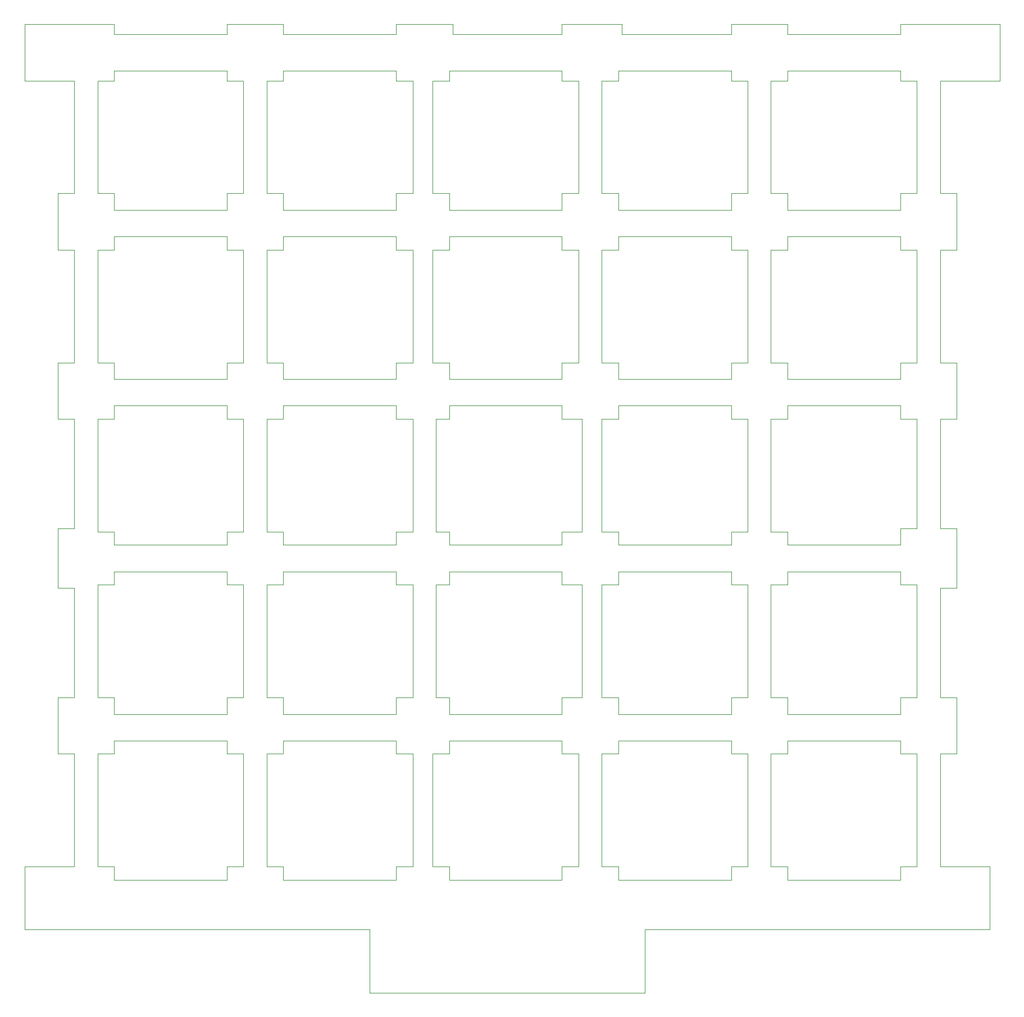
<source format=gm1>
G04 #@! TF.GenerationSoftware,KiCad,Pcbnew,(5.1.5-0-10_14)*
G04 #@! TF.CreationDate,2020-01-26T12:57:51-05:00*
G04 #@! TF.ProjectId,neopixel_array,6e656f70-6978-4656-9c5f-61727261792e,rev?*
G04 #@! TF.SameCoordinates,Original*
G04 #@! TF.FileFunction,Profile,NP*
%FSLAX46Y46*%
G04 Gerber Fmt 4.6, Leading zero omitted, Abs format (unit mm)*
G04 Created by KiCad (PCBNEW (5.1.5-0-10_14)) date 2020-01-26 12:57:51*
%MOMM*%
%LPD*%
G04 APERTURE LIST*
%ADD10C,0.050000*%
G04 APERTURE END LIST*
D10*
X151000000Y-127000000D02*
X150500000Y-127000000D01*
X184500000Y-129500000D02*
X201500000Y-129500000D01*
X83000000Y-129500000D02*
X100000000Y-129500000D01*
X100000000Y-129500000D02*
X100000000Y-127000000D01*
X83000000Y-127000000D02*
X83000000Y-129500000D01*
X125500000Y-135500000D02*
X125500000Y-133500000D01*
X176000000Y-135500000D02*
X176000000Y-133500000D01*
X159000000Y-133500000D02*
X159000000Y-135500000D01*
X201500000Y-135500000D02*
X201500000Y-133500000D01*
X176000000Y-129500000D02*
X176000000Y-127000000D01*
X184500000Y-127000000D02*
X184500000Y-129500000D01*
X150500000Y-129500000D02*
X150500000Y-127000000D01*
X133500000Y-133500000D02*
X133500000Y-135500000D01*
X159000000Y-127000000D02*
X159000000Y-129500000D01*
X150500000Y-133500000D02*
X133500000Y-133500000D01*
X133500000Y-129500000D02*
X150500000Y-129500000D01*
X108500000Y-129500000D02*
X125500000Y-129500000D01*
X125500000Y-129500000D02*
X125500000Y-127000000D01*
X108500000Y-127000000D02*
X108500000Y-129500000D01*
X159000000Y-129500000D02*
X176000000Y-129500000D01*
X133500000Y-127000000D02*
X133500000Y-129500000D01*
X108500000Y-133500000D02*
X108500000Y-135500000D01*
X201500000Y-133500000D02*
X184500000Y-133500000D01*
X176000000Y-133500000D02*
X159000000Y-133500000D01*
X100000000Y-135500000D02*
X100000000Y-133500000D01*
X83000000Y-133500000D02*
X83000000Y-135500000D01*
X100000000Y-133500000D02*
X83000000Y-133500000D01*
X125500000Y-133500000D02*
X108500000Y-133500000D01*
X150500000Y-135500000D02*
X150500000Y-133500000D01*
X201500000Y-129500000D02*
X201500000Y-127000000D01*
X184500000Y-133500000D02*
X184500000Y-135500000D01*
X184500000Y-104000000D02*
X201500000Y-104000000D01*
X83000000Y-104000000D02*
X100000000Y-104000000D01*
X100000000Y-104000000D02*
X100000000Y-102000000D01*
X83000000Y-102000000D02*
X83000000Y-104000000D01*
X125500000Y-110000000D02*
X125500000Y-108000000D01*
X176000000Y-110000000D02*
X176000000Y-108000000D01*
X159000000Y-108000000D02*
X159000000Y-110000000D01*
X201500000Y-110000000D02*
X201500000Y-108000000D01*
X176000000Y-104000000D02*
X176000000Y-102000000D01*
X184500000Y-102000000D02*
X184500000Y-104000000D01*
X150500000Y-104000000D02*
X150500000Y-102000000D01*
X133500000Y-108000000D02*
X133500000Y-110000000D01*
X159000000Y-102000000D02*
X159000000Y-104000000D01*
X150500000Y-108000000D02*
X133500000Y-108000000D01*
X133500000Y-104000000D02*
X150500000Y-104000000D01*
X108500000Y-104000000D02*
X125500000Y-104000000D01*
X125500000Y-104000000D02*
X125500000Y-102000000D01*
X108500000Y-102000000D02*
X108500000Y-104000000D01*
X159000000Y-104000000D02*
X176000000Y-104000000D01*
X133500000Y-102000000D02*
X133500000Y-104000000D01*
X108500000Y-108000000D02*
X108500000Y-110000000D01*
X201500000Y-108000000D02*
X184500000Y-108000000D01*
X176000000Y-108000000D02*
X159000000Y-108000000D01*
X100000000Y-110000000D02*
X100000000Y-108000000D01*
X83000000Y-108000000D02*
X83000000Y-110000000D01*
X100000000Y-108000000D02*
X83000000Y-108000000D01*
X125500000Y-108000000D02*
X108500000Y-108000000D01*
X150500000Y-110000000D02*
X150500000Y-108000000D01*
X201500000Y-104000000D02*
X201500000Y-101500000D01*
X184500000Y-108000000D02*
X184500000Y-110000000D01*
X184500000Y-79000000D02*
X201500000Y-79000000D01*
X83000000Y-79000000D02*
X100000000Y-79000000D01*
X100000000Y-79000000D02*
X100000000Y-76500000D01*
X83000000Y-76500000D02*
X83000000Y-79000000D01*
X125500000Y-85000000D02*
X125500000Y-83000000D01*
X176000000Y-85000000D02*
X176000000Y-83000000D01*
X159000000Y-83000000D02*
X159000000Y-85000000D01*
X201500000Y-85000000D02*
X201500000Y-83000000D01*
X176000000Y-79000000D02*
X176000000Y-76500000D01*
X184500000Y-76500000D02*
X184500000Y-79000000D01*
X150500000Y-79000000D02*
X150500000Y-76500000D01*
X133500000Y-83000000D02*
X133500000Y-85000000D01*
X159000000Y-76500000D02*
X159000000Y-79000000D01*
X150500000Y-83000000D02*
X133500000Y-83000000D01*
X133500000Y-79000000D02*
X150500000Y-79000000D01*
X108500000Y-79000000D02*
X125500000Y-79000000D01*
X125500000Y-79000000D02*
X125500000Y-76500000D01*
X108500000Y-76500000D02*
X108500000Y-79000000D01*
X159000000Y-79000000D02*
X176000000Y-79000000D01*
X133500000Y-76500000D02*
X133500000Y-79000000D01*
X108500000Y-83000000D02*
X108500000Y-85000000D01*
X201500000Y-83000000D02*
X184500000Y-83000000D01*
X176000000Y-83000000D02*
X159000000Y-83000000D01*
X100000000Y-85000000D02*
X100000000Y-83000000D01*
X83000000Y-83000000D02*
X83000000Y-85000000D01*
X100000000Y-83000000D02*
X83000000Y-83000000D01*
X125500000Y-83000000D02*
X108500000Y-83000000D01*
X150500000Y-85000000D02*
X150500000Y-83000000D01*
X201500000Y-79000000D02*
X201500000Y-76500000D01*
X184500000Y-83000000D02*
X184500000Y-85000000D01*
X69500000Y-34000000D02*
X74500000Y-34000000D01*
X69500000Y-25500000D02*
X69500000Y-34000000D01*
X74500000Y-25500000D02*
X69500000Y-25500000D01*
X69500000Y-162000000D02*
X74500000Y-162000000D01*
X69500000Y-152500000D02*
X69500000Y-162000000D01*
X74500000Y-152500000D02*
X69500000Y-152500000D01*
X215000000Y-162000000D02*
X210000000Y-162000000D01*
X215000000Y-152500000D02*
X215000000Y-162000000D01*
X210000000Y-152500000D02*
X215000000Y-152500000D01*
X216500000Y-25500000D02*
X210000000Y-25500000D01*
X216500000Y-34000000D02*
X216500000Y-25500000D01*
X210000000Y-34000000D02*
X216500000Y-34000000D01*
X163000000Y-162000000D02*
X210000000Y-162000000D01*
X121500000Y-162000000D02*
X74500000Y-162000000D01*
X121500000Y-171500000D02*
X121500000Y-162000000D01*
X163000000Y-171500000D02*
X121500000Y-171500000D01*
X163000000Y-162000000D02*
X163000000Y-171500000D01*
X125500000Y-34000000D02*
X125500000Y-32500000D01*
X106000000Y-34000000D02*
X106000000Y-51000000D01*
X176000000Y-34000000D02*
X176000000Y-32500000D01*
X156500000Y-34000000D02*
X156500000Y-51000000D01*
X156500000Y-51000000D02*
X159000000Y-51000000D01*
X159000000Y-53500000D02*
X176000000Y-53500000D01*
X159000000Y-32500000D02*
X159000000Y-34000000D01*
X178500000Y-34000000D02*
X176000000Y-34000000D01*
X159000000Y-34000000D02*
X156500000Y-34000000D01*
X178500000Y-51000000D02*
X178500000Y-34000000D01*
X201500000Y-34000000D02*
X201500000Y-32500000D01*
X182000000Y-34000000D02*
X182000000Y-51000000D01*
X182000000Y-51000000D02*
X184500000Y-51000000D01*
X133500000Y-51000000D02*
X133500000Y-53500000D01*
X153000000Y-51000000D02*
X153000000Y-34000000D01*
X133500000Y-34000000D02*
X131000000Y-34000000D01*
X133500000Y-53500000D02*
X150500000Y-53500000D01*
X133500000Y-32500000D02*
X133500000Y-34000000D01*
X150500000Y-51000000D02*
X153000000Y-51000000D01*
X150500000Y-32500000D02*
X133500000Y-32500000D01*
X125500000Y-53500000D02*
X125500000Y-51000000D01*
X108500000Y-51000000D02*
X108500000Y-53500000D01*
X106000000Y-51000000D02*
X108500000Y-51000000D01*
X108500000Y-53500000D02*
X125500000Y-53500000D01*
X108500000Y-32500000D02*
X108500000Y-34000000D01*
X128000000Y-34000000D02*
X125500000Y-34000000D01*
X108500000Y-34000000D02*
X106000000Y-34000000D01*
X128000000Y-51000000D02*
X128000000Y-34000000D01*
X125500000Y-51000000D02*
X128000000Y-51000000D01*
X184500000Y-34000000D02*
X182000000Y-34000000D01*
X204000000Y-51000000D02*
X204000000Y-34000000D01*
X201500000Y-51000000D02*
X204000000Y-51000000D01*
X201500000Y-32500000D02*
X184500000Y-32500000D01*
X176000000Y-53500000D02*
X176000000Y-51000000D01*
X176000000Y-32500000D02*
X159000000Y-32500000D01*
X184500000Y-51000000D02*
X184500000Y-53500000D01*
X131000000Y-34000000D02*
X131000000Y-51000000D01*
X131000000Y-51000000D02*
X133500000Y-51000000D01*
X150500000Y-53500000D02*
X150500000Y-51000000D01*
X83000000Y-34000000D02*
X80500000Y-34000000D01*
X100000000Y-34000000D02*
X100000000Y-32500000D01*
X83000000Y-53500000D02*
X100000000Y-53500000D01*
X83000000Y-32500000D02*
X83000000Y-34000000D01*
X100000000Y-51000000D02*
X102500000Y-51000000D01*
X100000000Y-32500000D02*
X83000000Y-32500000D01*
X80500000Y-34000000D02*
X80500000Y-51000000D01*
X80500000Y-51000000D02*
X83000000Y-51000000D01*
X102500000Y-51000000D02*
X102500000Y-34000000D01*
X100000000Y-53500000D02*
X100000000Y-51000000D01*
X83000000Y-51000000D02*
X83000000Y-53500000D01*
X102500000Y-34000000D02*
X100000000Y-34000000D01*
X125500000Y-32500000D02*
X108500000Y-32500000D01*
X150500000Y-34000000D02*
X150500000Y-32500000D01*
X153000000Y-34000000D02*
X150500000Y-34000000D01*
X184500000Y-53500000D02*
X201500000Y-53500000D01*
X184500000Y-32500000D02*
X184500000Y-34000000D01*
X204000000Y-34000000D02*
X201500000Y-34000000D01*
X176000000Y-51000000D02*
X178500000Y-51000000D01*
X159000000Y-51000000D02*
X159000000Y-53500000D01*
X201500000Y-53500000D02*
X201500000Y-51000000D01*
X100000000Y-59500000D02*
X100000000Y-57500000D01*
X80500000Y-59500000D02*
X80500000Y-76500000D01*
X80500000Y-76500000D02*
X83000000Y-76500000D01*
X83000000Y-57500000D02*
X83000000Y-59500000D01*
X102500000Y-59500000D02*
X100000000Y-59500000D01*
X83000000Y-59500000D02*
X80500000Y-59500000D01*
X102500000Y-76500000D02*
X102500000Y-59500000D01*
X100000000Y-76500000D02*
X102500000Y-76500000D01*
X100000000Y-57500000D02*
X83000000Y-57500000D01*
X125500000Y-59500000D02*
X125500000Y-57500000D01*
X106000000Y-59500000D02*
X106000000Y-76500000D01*
X106000000Y-76500000D02*
X108500000Y-76500000D01*
X108500000Y-57500000D02*
X108500000Y-59500000D01*
X128000000Y-59500000D02*
X125500000Y-59500000D01*
X108500000Y-59500000D02*
X106000000Y-59500000D01*
X128000000Y-76500000D02*
X128000000Y-59500000D01*
X125500000Y-76500000D02*
X128000000Y-76500000D01*
X125500000Y-57500000D02*
X108500000Y-57500000D01*
X150500000Y-59500000D02*
X150500000Y-57500000D01*
X131000000Y-59500000D02*
X131000000Y-76500000D01*
X131000000Y-76500000D02*
X133500000Y-76500000D01*
X133500000Y-57500000D02*
X133500000Y-59500000D01*
X153000000Y-59500000D02*
X150500000Y-59500000D01*
X133500000Y-59500000D02*
X131000000Y-59500000D01*
X153000000Y-76500000D02*
X153000000Y-59500000D01*
X150500000Y-76500000D02*
X153000000Y-76500000D01*
X150500000Y-57500000D02*
X133500000Y-57500000D01*
X176000000Y-59500000D02*
X176000000Y-57500000D01*
X156500000Y-59500000D02*
X156500000Y-76500000D01*
X156500000Y-76500000D02*
X159000000Y-76500000D01*
X159000000Y-57500000D02*
X159000000Y-59500000D01*
X178500000Y-59500000D02*
X176000000Y-59500000D01*
X159000000Y-59500000D02*
X156500000Y-59500000D01*
X178500000Y-76500000D02*
X178500000Y-59500000D01*
X176000000Y-76500000D02*
X178500000Y-76500000D01*
X176000000Y-57500000D02*
X159000000Y-57500000D01*
X201500000Y-59500000D02*
X201500000Y-57500000D01*
X182000000Y-59500000D02*
X182000000Y-76500000D01*
X182000000Y-76500000D02*
X184500000Y-76500000D01*
X184500000Y-57500000D02*
X184500000Y-59500000D01*
X204000000Y-59500000D02*
X201500000Y-59500000D01*
X184500000Y-59500000D02*
X182000000Y-59500000D01*
X204000000Y-76500000D02*
X204000000Y-59500000D01*
X201500000Y-76500000D02*
X204000000Y-76500000D01*
X201500000Y-57500000D02*
X184500000Y-57500000D01*
X182000000Y-85000000D02*
X182000000Y-102000000D01*
X182000000Y-102000000D02*
X184500000Y-102000000D01*
X204000000Y-85000000D02*
X201500000Y-85000000D01*
X184500000Y-85000000D02*
X182000000Y-85000000D01*
X204000000Y-101500000D02*
X204000000Y-85000000D01*
X201500000Y-101500000D02*
X204000000Y-101500000D01*
X156500000Y-85000000D02*
X156500000Y-102000000D01*
X156500000Y-102000000D02*
X159000000Y-102000000D01*
X178500000Y-85000000D02*
X176000000Y-85000000D01*
X159000000Y-85000000D02*
X156500000Y-85000000D01*
X178500000Y-102000000D02*
X178500000Y-85000000D01*
X176000000Y-102000000D02*
X178500000Y-102000000D01*
X131500000Y-85000000D02*
X131500000Y-102000000D01*
X131500000Y-102000000D02*
X133500000Y-102000000D01*
X153500000Y-85000000D02*
X150500000Y-85000000D01*
X133500000Y-85000000D02*
X131500000Y-85000000D01*
X153500000Y-102000000D02*
X153500000Y-85000000D01*
X150500000Y-102000000D02*
X153500000Y-102000000D01*
X106000000Y-85000000D02*
X106000000Y-102000000D01*
X106000000Y-102000000D02*
X108500000Y-102000000D01*
X128000000Y-85000000D02*
X125500000Y-85000000D01*
X108500000Y-85000000D02*
X106000000Y-85000000D01*
X128000000Y-102000000D02*
X128000000Y-85000000D01*
X125500000Y-102000000D02*
X128000000Y-102000000D01*
X80500000Y-85000000D02*
X80500000Y-102000000D01*
X80500000Y-102000000D02*
X83000000Y-102000000D01*
X102500000Y-85000000D02*
X100000000Y-85000000D01*
X83000000Y-85000000D02*
X80500000Y-85000000D01*
X102500000Y-102000000D02*
X102500000Y-85000000D01*
X100000000Y-102000000D02*
X102500000Y-102000000D01*
X80500000Y-110000000D02*
X80500000Y-127000000D01*
X80500000Y-127000000D02*
X83000000Y-127000000D01*
X102500000Y-110000000D02*
X100000000Y-110000000D01*
X83000000Y-110000000D02*
X80500000Y-110000000D01*
X102500000Y-127000000D02*
X102500000Y-110000000D01*
X100000000Y-127000000D02*
X102500000Y-127000000D01*
X106000000Y-110000000D02*
X106000000Y-127000000D01*
X106000000Y-127000000D02*
X108500000Y-127000000D01*
X128000000Y-110000000D02*
X125500000Y-110000000D01*
X108500000Y-110000000D02*
X106000000Y-110000000D01*
X128000000Y-127000000D02*
X128000000Y-110000000D01*
X125500000Y-127000000D02*
X128000000Y-127000000D01*
X131500000Y-110000000D02*
X131500000Y-127000000D01*
X131500000Y-127000000D02*
X133500000Y-127000000D01*
X153500000Y-110000000D02*
X150500000Y-110000000D01*
X133500000Y-110000000D02*
X131500000Y-110000000D01*
X153500000Y-127000000D02*
X153500000Y-110000000D01*
X151000000Y-127000000D02*
X153500000Y-127000000D01*
X156500000Y-110000000D02*
X156500000Y-127000000D01*
X156500000Y-127000000D02*
X159000000Y-127000000D01*
X178500000Y-110000000D02*
X176000000Y-110000000D01*
X159000000Y-110000000D02*
X156500000Y-110000000D01*
X178500000Y-127000000D02*
X178500000Y-110000000D01*
X176000000Y-127000000D02*
X178500000Y-127000000D01*
X182000000Y-110000000D02*
X182000000Y-127000000D01*
X182000000Y-127000000D02*
X184500000Y-127000000D01*
X204000000Y-110000000D02*
X201500000Y-110000000D01*
X184500000Y-110000000D02*
X182000000Y-110000000D01*
X204000000Y-127000000D02*
X204000000Y-110000000D01*
X201500000Y-127000000D02*
X204000000Y-127000000D01*
X182000000Y-135500000D02*
X182000000Y-152500000D01*
X182000000Y-152500000D02*
X184500000Y-152500000D01*
X184500000Y-154500000D02*
X201500000Y-154500000D01*
X204000000Y-135500000D02*
X201500000Y-135500000D01*
X184500000Y-135500000D02*
X182000000Y-135500000D01*
X204000000Y-152500000D02*
X204000000Y-135500000D01*
X201500000Y-152500000D02*
X204000000Y-152500000D01*
X184500000Y-152500000D02*
X184500000Y-154500000D01*
X201500000Y-154500000D02*
X201500000Y-152500000D01*
X156500000Y-135500000D02*
X156500000Y-152500000D01*
X156500000Y-152500000D02*
X159000000Y-152500000D01*
X159000000Y-154500000D02*
X176000000Y-154500000D01*
X178500000Y-135500000D02*
X176000000Y-135500000D01*
X159000000Y-135500000D02*
X156500000Y-135500000D01*
X178500000Y-152500000D02*
X178500000Y-135500000D01*
X176000000Y-152500000D02*
X178500000Y-152500000D01*
X159000000Y-152500000D02*
X159000000Y-154500000D01*
X176000000Y-154500000D02*
X176000000Y-152500000D01*
X131000000Y-135500000D02*
X131000000Y-152500000D01*
X131000000Y-152500000D02*
X133500000Y-152500000D01*
X133500000Y-154500000D02*
X150500000Y-154500000D01*
X153000000Y-135500000D02*
X150500000Y-135500000D01*
X133500000Y-135500000D02*
X131000000Y-135500000D01*
X153000000Y-152500000D02*
X153000000Y-135500000D01*
X150500000Y-152500000D02*
X153000000Y-152500000D01*
X133500000Y-152500000D02*
X133500000Y-154500000D01*
X150500000Y-154500000D02*
X150500000Y-152500000D01*
X106000000Y-135500000D02*
X106000000Y-152500000D01*
X106000000Y-152500000D02*
X108500000Y-152500000D01*
X108500000Y-154500000D02*
X125500000Y-154500000D01*
X128000000Y-135500000D02*
X125500000Y-135500000D01*
X108500000Y-135500000D02*
X106000000Y-135500000D01*
X128000000Y-152500000D02*
X128000000Y-135500000D01*
X125500000Y-152500000D02*
X128000000Y-152500000D01*
X108500000Y-152500000D02*
X108500000Y-154500000D01*
X125500000Y-154500000D02*
X125500000Y-152500000D01*
X80500000Y-152500000D02*
X83000000Y-152500000D01*
X80500000Y-135500000D02*
X80500000Y-152500000D01*
X83000000Y-135500000D02*
X80500000Y-135500000D01*
X102500000Y-135500000D02*
X100000000Y-135500000D01*
X102500000Y-152500000D02*
X102500000Y-135500000D01*
X100000000Y-152500000D02*
X102500000Y-152500000D01*
X100000000Y-154500000D02*
X100000000Y-152500000D01*
X83000000Y-154500000D02*
X100000000Y-154500000D01*
X83000000Y-152500000D02*
X83000000Y-154500000D01*
X77000000Y-152500000D02*
X74500000Y-152500000D01*
X77000000Y-135500000D02*
X77000000Y-152500000D01*
X74500000Y-135500000D02*
X77000000Y-135500000D01*
X74500000Y-127000000D02*
X74500000Y-135500000D01*
X77000000Y-127000000D02*
X74500000Y-127000000D01*
X77000000Y-110500000D02*
X77000000Y-127000000D01*
X74500000Y-110500000D02*
X77000000Y-110500000D01*
X74500000Y-101500000D02*
X74500000Y-110500000D01*
X77000000Y-101500000D02*
X74500000Y-101500000D01*
X77000000Y-85000000D02*
X77000000Y-101500000D01*
X74500000Y-85000000D02*
X77000000Y-85000000D01*
X74500000Y-76500000D02*
X74500000Y-85000000D01*
X77000000Y-76500000D02*
X74500000Y-76500000D01*
X77000000Y-59500000D02*
X77000000Y-76500000D01*
X74500000Y-59500000D02*
X77000000Y-59500000D01*
X74500000Y-51000000D02*
X74500000Y-59500000D01*
X77000000Y-51000000D02*
X74500000Y-51000000D01*
X77000000Y-34000000D02*
X77000000Y-51000000D01*
X74500000Y-34000000D02*
X77000000Y-34000000D01*
X83000000Y-25500000D02*
X74500000Y-25500000D01*
X83000000Y-27000000D02*
X83000000Y-25500000D01*
X100000000Y-27000000D02*
X83000000Y-27000000D01*
X100000000Y-25500000D02*
X100000000Y-27000000D01*
X108500000Y-25500000D02*
X100000000Y-25500000D01*
X108500000Y-27000000D02*
X108500000Y-25500000D01*
X125500000Y-27000000D02*
X108500000Y-27000000D01*
X125500000Y-25500000D02*
X125500000Y-27000000D01*
X134000000Y-25500000D02*
X125500000Y-25500000D01*
X134000000Y-27000000D02*
X134000000Y-25500000D01*
X150500000Y-27000000D02*
X134000000Y-27000000D01*
X150500000Y-25500000D02*
X150500000Y-27000000D01*
X159500000Y-25500000D02*
X150500000Y-25500000D01*
X159500000Y-27000000D02*
X159500000Y-25500000D01*
X176000000Y-27000000D02*
X159500000Y-27000000D01*
X176000000Y-25500000D02*
X176000000Y-27000000D01*
X184500000Y-25500000D02*
X176000000Y-25500000D01*
X184500000Y-27000000D02*
X184500000Y-25500000D01*
X201500000Y-27000000D02*
X184500000Y-27000000D01*
X201500000Y-25500000D02*
X201500000Y-27000000D01*
X210000000Y-25500000D02*
X201500000Y-25500000D01*
X207500000Y-34000000D02*
X210000000Y-34000000D01*
X207500000Y-51000000D02*
X207500000Y-34000000D01*
X210000000Y-51000000D02*
X207500000Y-51000000D01*
X210000000Y-59500000D02*
X210000000Y-51000000D01*
X207500000Y-59500000D02*
X210000000Y-59500000D01*
X207500000Y-76500000D02*
X207500000Y-59500000D01*
X210000000Y-76500000D02*
X207500000Y-76500000D01*
X210000000Y-85000000D02*
X210000000Y-76500000D01*
X207500000Y-85000000D02*
X210000000Y-85000000D01*
X207500000Y-101500000D02*
X207500000Y-85000000D01*
X210000000Y-101500000D02*
X207500000Y-101500000D01*
X210000000Y-110500000D02*
X210000000Y-101500000D01*
X207500000Y-110500000D02*
X210000000Y-110500000D01*
X207500000Y-127000000D02*
X207500000Y-110500000D01*
X210000000Y-127000000D02*
X207500000Y-127000000D01*
X210000000Y-135500000D02*
X210000000Y-127000000D01*
X207500000Y-135500000D02*
X210000000Y-135500000D01*
X207500000Y-152500000D02*
X207500000Y-135500000D01*
X210000000Y-152500000D02*
X207500000Y-152500000D01*
M02*

</source>
